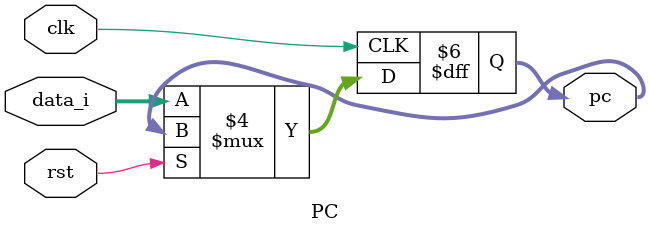
<source format=v>
`timescale 1ns / 1ps


module PC(
    input wire clk,
    input wire rst,
    input wire [31:0]data_i,
    output reg [31:0]pc
    );

    initial begin
        pc = 0;
    end

    always @(posedge clk)
    begin
        if(rst)
        begin
            pc <= pc;
        end 
        else
        begin
            pc <= data_i;
        end
    end
endmodule

</source>
